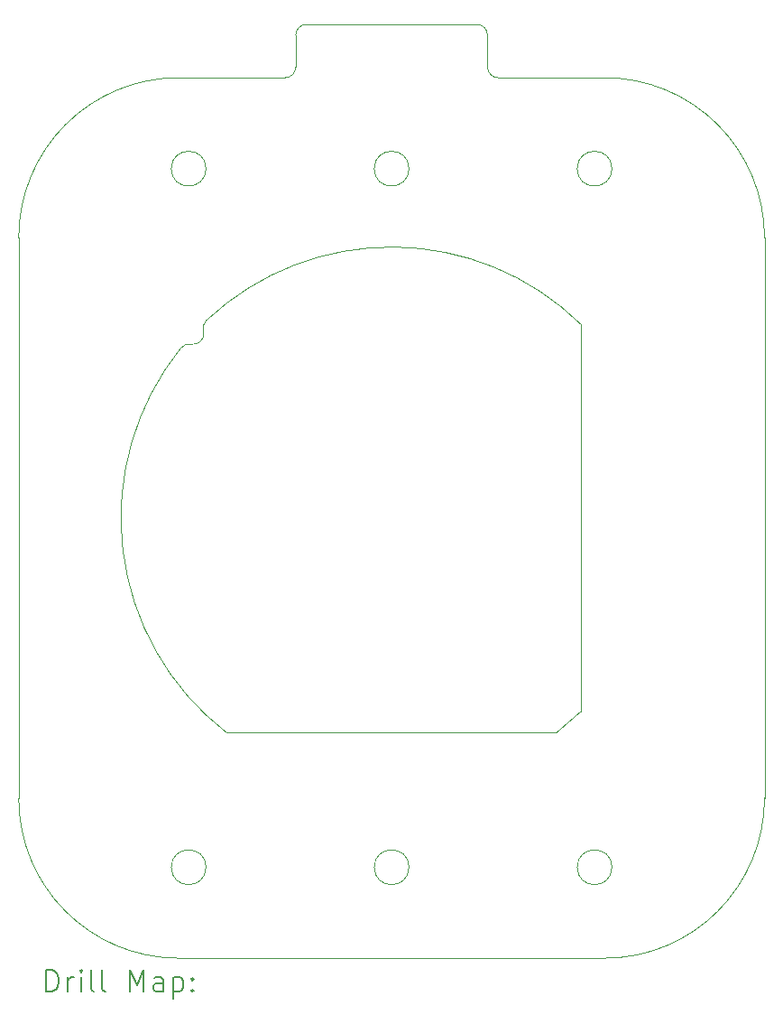
<source format=gbr>
%TF.GenerationSoftware,KiCad,Pcbnew,7.0.6*%
%TF.CreationDate,2024-02-05T15:04:08-06:00*%
%TF.ProjectId,TopProbeCard,546f7050-726f-4626-9543-6172642e6b69,rev?*%
%TF.SameCoordinates,Original*%
%TF.FileFunction,Drillmap*%
%TF.FilePolarity,Positive*%
%FSLAX45Y45*%
G04 Gerber Fmt 4.5, Leading zero omitted, Abs format (unit mm)*
G04 Created by KiCad (PCBNEW 7.0.6) date 2024-02-05 15:04:08*
%MOMM*%
%LPD*%
G01*
G04 APERTURE LIST*
%ADD10C,0.100000*%
%ADD11C,0.010000*%
%ADD12C,0.200000*%
G04 APERTURE END LIST*
D10*
X8400000Y-3472500D02*
X8400000Y-3772500D01*
D11*
X11000000Y-10627500D02*
X11000000Y-5372500D01*
D10*
X8500000Y-3872500D02*
X9500000Y-3872500D01*
D11*
X5500000Y-3872500D02*
G75*
G03*
X4000000Y-5372500I-1J-1499999D01*
G01*
X5618856Y-6370924D02*
G75*
G03*
X5734230Y-6246530I18854J98215D01*
G01*
X5762328Y-6147407D02*
G75*
G03*
X5734230Y-6246530I68402J-72933D01*
G01*
X5758195Y-11275000D02*
G75*
G03*
X5758195Y-11275000I-163195J0D01*
G01*
D10*
X8400000Y-3772500D02*
G75*
G03*
X8500000Y-3872500I100010J10D01*
G01*
D11*
X7663195Y-4725000D02*
G75*
G03*
X7663195Y-4725000I-163195J0D01*
G01*
D10*
X6700000Y-3372500D02*
X8300000Y-3372500D01*
D11*
X9568195Y-4725000D02*
G75*
G03*
X9568195Y-4725000I-163195J0D01*
G01*
X9280468Y-6188500D02*
X9280468Y-9811500D01*
X7663195Y-11275000D02*
G75*
G03*
X7663195Y-11275000I-163195J0D01*
G01*
X5618856Y-6370922D02*
G75*
G03*
X5522125Y-6406384I-18866J-98198D01*
G01*
D10*
X6700000Y-3372500D02*
G75*
G03*
X6600000Y-3472500I0J-100000D01*
G01*
X6500000Y-3872500D02*
X5500000Y-3872500D01*
X6500000Y-3872500D02*
G75*
G03*
X6600000Y-3772500I0J100000D01*
G01*
D11*
X9280468Y-6188500D02*
G75*
G03*
X5762329Y-6147407I-1780468J-1811500D01*
G01*
X5522125Y-6406384D02*
G75*
G03*
X5949043Y-10011500I1977875J-1593616D01*
G01*
X5758195Y-4725000D02*
G75*
G03*
X5758195Y-4725000I-163195J0D01*
G01*
X9568195Y-11275000D02*
G75*
G03*
X9568195Y-11275000I-163195J0D01*
G01*
X9050957Y-10011500D02*
G75*
G03*
X9280468Y-9811500I-1550977J2011520D01*
G01*
X4000000Y-5372500D02*
X4000000Y-10627500D01*
D10*
X8400000Y-3472500D02*
G75*
G03*
X8300000Y-3372500I-99990J10D01*
G01*
D11*
X9050957Y-10011500D02*
X5949043Y-10011500D01*
X11000000Y-5372500D02*
G75*
G03*
X9500000Y-3872500I-1499994J6D01*
G01*
X5500000Y-12127500D02*
X9500000Y-12127500D01*
X9500000Y-12127500D02*
G75*
G03*
X11000000Y-10627500I-2J1500002D01*
G01*
D10*
X6600000Y-3772500D02*
X6600000Y-3472500D01*
D11*
X4000000Y-10627500D02*
G75*
G03*
X5500000Y-12127500I1500006J6D01*
G01*
D12*
X4260277Y-12439484D02*
X4260277Y-12239484D01*
X4260277Y-12239484D02*
X4307896Y-12239484D01*
X4307896Y-12239484D02*
X4336467Y-12249007D01*
X4336467Y-12249007D02*
X4355515Y-12268055D01*
X4355515Y-12268055D02*
X4365039Y-12287103D01*
X4365039Y-12287103D02*
X4374563Y-12325198D01*
X4374563Y-12325198D02*
X4374563Y-12353769D01*
X4374563Y-12353769D02*
X4365039Y-12391865D01*
X4365039Y-12391865D02*
X4355515Y-12410912D01*
X4355515Y-12410912D02*
X4336467Y-12429960D01*
X4336467Y-12429960D02*
X4307896Y-12439484D01*
X4307896Y-12439484D02*
X4260277Y-12439484D01*
X4460277Y-12439484D02*
X4460277Y-12306150D01*
X4460277Y-12344246D02*
X4469801Y-12325198D01*
X4469801Y-12325198D02*
X4479324Y-12315674D01*
X4479324Y-12315674D02*
X4498372Y-12306150D01*
X4498372Y-12306150D02*
X4517420Y-12306150D01*
X4584086Y-12439484D02*
X4584086Y-12306150D01*
X4584086Y-12239484D02*
X4574563Y-12249007D01*
X4574563Y-12249007D02*
X4584086Y-12258531D01*
X4584086Y-12258531D02*
X4593610Y-12249007D01*
X4593610Y-12249007D02*
X4584086Y-12239484D01*
X4584086Y-12239484D02*
X4584086Y-12258531D01*
X4707896Y-12439484D02*
X4688848Y-12429960D01*
X4688848Y-12429960D02*
X4679324Y-12410912D01*
X4679324Y-12410912D02*
X4679324Y-12239484D01*
X4812658Y-12439484D02*
X4793610Y-12429960D01*
X4793610Y-12429960D02*
X4784086Y-12410912D01*
X4784086Y-12410912D02*
X4784086Y-12239484D01*
X5041229Y-12439484D02*
X5041229Y-12239484D01*
X5041229Y-12239484D02*
X5107896Y-12382341D01*
X5107896Y-12382341D02*
X5174563Y-12239484D01*
X5174563Y-12239484D02*
X5174563Y-12439484D01*
X5355515Y-12439484D02*
X5355515Y-12334722D01*
X5355515Y-12334722D02*
X5345991Y-12315674D01*
X5345991Y-12315674D02*
X5326944Y-12306150D01*
X5326944Y-12306150D02*
X5288848Y-12306150D01*
X5288848Y-12306150D02*
X5269801Y-12315674D01*
X5355515Y-12429960D02*
X5336467Y-12439484D01*
X5336467Y-12439484D02*
X5288848Y-12439484D01*
X5288848Y-12439484D02*
X5269801Y-12429960D01*
X5269801Y-12429960D02*
X5260277Y-12410912D01*
X5260277Y-12410912D02*
X5260277Y-12391865D01*
X5260277Y-12391865D02*
X5269801Y-12372817D01*
X5269801Y-12372817D02*
X5288848Y-12363293D01*
X5288848Y-12363293D02*
X5336467Y-12363293D01*
X5336467Y-12363293D02*
X5355515Y-12353769D01*
X5450753Y-12306150D02*
X5450753Y-12506150D01*
X5450753Y-12315674D02*
X5469801Y-12306150D01*
X5469801Y-12306150D02*
X5507896Y-12306150D01*
X5507896Y-12306150D02*
X5526944Y-12315674D01*
X5526944Y-12315674D02*
X5536467Y-12325198D01*
X5536467Y-12325198D02*
X5545991Y-12344246D01*
X5545991Y-12344246D02*
X5545991Y-12401388D01*
X5545991Y-12401388D02*
X5536467Y-12420436D01*
X5536467Y-12420436D02*
X5526944Y-12429960D01*
X5526944Y-12429960D02*
X5507896Y-12439484D01*
X5507896Y-12439484D02*
X5469801Y-12439484D01*
X5469801Y-12439484D02*
X5450753Y-12429960D01*
X5631705Y-12420436D02*
X5641229Y-12429960D01*
X5641229Y-12429960D02*
X5631705Y-12439484D01*
X5631705Y-12439484D02*
X5622182Y-12429960D01*
X5622182Y-12429960D02*
X5631705Y-12420436D01*
X5631705Y-12420436D02*
X5631705Y-12439484D01*
X5631705Y-12315674D02*
X5641229Y-12325198D01*
X5641229Y-12325198D02*
X5631705Y-12334722D01*
X5631705Y-12334722D02*
X5622182Y-12325198D01*
X5622182Y-12325198D02*
X5631705Y-12315674D01*
X5631705Y-12315674D02*
X5631705Y-12334722D01*
M02*

</source>
